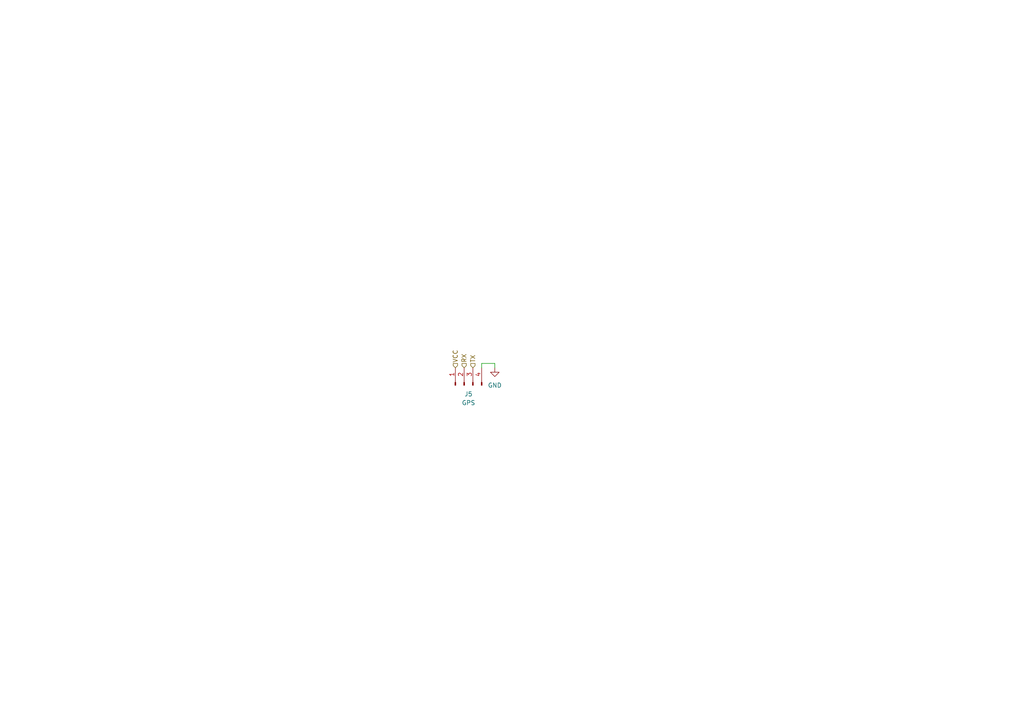
<source format=kicad_sch>
(kicad_sch (version 20250114) (generator "eeschema") (generator_version "9.0")
  (paper "A4")
  (lib_symbols
    (symbol "Connector:Conn_01x04_Pin" (pin_names (offset 1.016) (hide yes))
      (property "Reference" "J" (at 0 5.08 0))
      (property "Value" "Conn_01x04_Pin" (at 0 -7.62 0))
      (symbol "Conn_01x04_Pin_1_1"
        (rectangle (start 0.8636 2.667) (end 0 2.413) (stroke (width 0.1524)) (fill (type outline)))
        (rectangle (start 0.8636 0.127) (end 0 -0.127) (stroke (width 0.1524)) (fill (type outline)))
        (rectangle (start 0.8636 -2.413) (end 0 -2.667) (stroke (width 0.1524)) (fill (type outline)))
        (rectangle (start 0.8636 -4.953) (end 0 -5.207) (stroke (width 0.1524)) (fill (type outline)))
        (polyline (pts (xy 1.27 2.54) (xy 0.8636 2.54)) (stroke (width 0.1524)))
        (polyline (pts (xy 1.27 0) (xy 0.8636 0)) (stroke (width 0.1524)))
        (polyline (pts (xy 1.27 -2.54) (xy 0.8636 -2.54)) (stroke (width 0.1524)))
        (polyline (pts (xy 1.27 -5.08) (xy 0.8636 -5.08)) (stroke (width 0.1524)))
        (pin passive line (at 5.08 2.54 180) (length 3.81) (name "Pin_1") (number "1"))
        (pin passive line (at 5.08 0 180) (length 3.81) (name "Pin_2") (number "2"))
        (pin passive line (at 5.08 -2.54 180) (length 3.81) (name "Pin_3") (number "3"))
        (pin passive line (at 5.08 -5.08 180) (length 3.81) (name "Pin_4") (number "4"))
      )
    )
    (symbol "power:GND" (power) (pin_numbers (hide yes)) (pin_names (offset 0) (hide yes))
      (property "Value" "GND" (at 0 -3.81 0))
      (symbol "GND_0_1"
        (polyline (pts (xy 0 0) (xy 0 -1.27) (xy 1.27 -1.27) (xy 0 -2.54) (xy -1.27 -1.27) (xy 0 -1.27)))
      )
      (symbol "GND_1_1"
        (pin power_in line (at 0 0 270) (length 0) (name "~") (number "1"))
      )
    )
  )
  (wire (pts (xy 139.7 105.41) (xy 139.7 106.68)))
  (wire (pts (xy 143.51 106.68) (xy 143.51 105.41)))
  (wire (pts (xy 143.51 105.41) (xy 139.7 105.41)))
  (hierarchical_label "RX" (shape input) (at 134.62 106.68 90))
  (hierarchical_label "VCC" (shape input) (at 132.08 106.68 90))
  (hierarchical_label "TX" (shape input) (at 137.16 106.68 90))
  (symbol (lib_id "power:GND") (at 143.51 106.68 0) (unit 1)
    (property "Reference" "#PWR02" (effects (hide yes)))
    (property "Value" "GND" (at 143.51 111.76 0))
    (property "Description" "Power symbol creates a global label with name \"GND\" , ground" (effects (hide yes)))
    (instances (project "Mainboard" (path "" (reference "#PWR010") (unit 1)) (path "" (reference "#PWR02") (unit 1))))
  )
  (symbol (lib_id "Connector:Conn_01x04_Pin") (at 134.62 111.76 90) (unit 1)
    (property "Reference" "J1" (at 135.89 114.3 90))
    (property "Value" "GPS" (at 135.89 116.84 90))
    (property "Footprint" "Connector_PinHeader_2.54mm:PinHeader_1x04_P2.54mm_Vertical" (effects (hide yes)))
    (property "Description" "Generic connector, single row, 01x04, script generated" (effects (hide yes)))
    (instances (project "Mainboard" (path "" (reference "J5") (unit 1)) (path "" (reference "J1") (unit 1))))
  )
)
</source>
